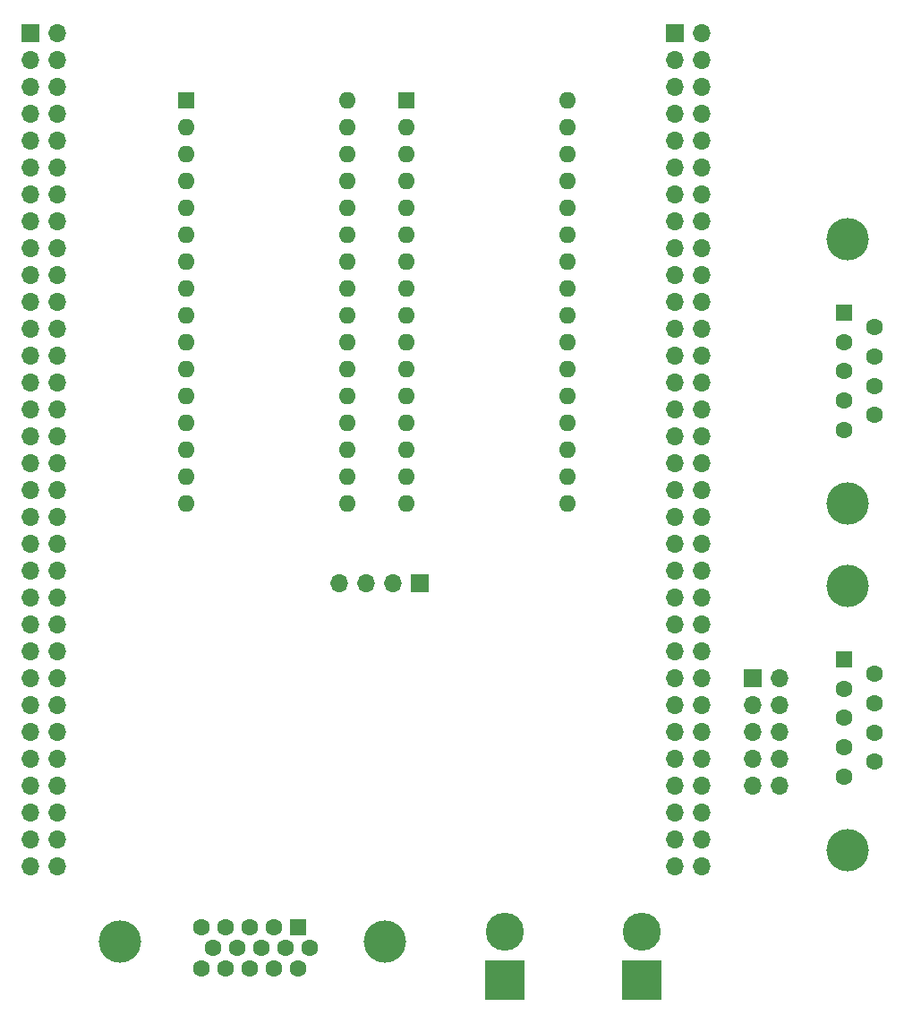
<source format=gbr>
%TF.GenerationSoftware,KiCad,Pcbnew,(5.1.9)-1*%
%TF.CreationDate,2021-04-02T06:19:05+03:00*%
%TF.ProjectId,fpga_hat,66706761-5f68-4617-942e-6b696361645f,rev?*%
%TF.SameCoordinates,Original*%
%TF.FileFunction,Soldermask,Bot*%
%TF.FilePolarity,Negative*%
%FSLAX46Y46*%
G04 Gerber Fmt 4.6, Leading zero omitted, Abs format (unit mm)*
G04 Created by KiCad (PCBNEW (5.1.9)-1) date 2021-04-02 06:19:05*
%MOMM*%
%LPD*%
G01*
G04 APERTURE LIST*
%ADD10C,4.000000*%
%ADD11C,1.600000*%
%ADD12R,1.600000X1.600000*%
%ADD13C,3.600000*%
%ADD14R,3.765000X3.765000*%
%ADD15O,1.700000X1.700000*%
%ADD16R,1.700000X1.700000*%
%ADD17O,1.600000X1.600000*%
G04 APERTURE END LIST*
D10*
%TO.C,VideoOut1*%
X109685000Y-135420000D03*
X84685000Y-135420000D03*
D11*
X92340000Y-137960000D03*
X94630000Y-137960000D03*
X96920000Y-137960000D03*
X99210000Y-137960000D03*
X101500000Y-137960000D03*
X93485000Y-135980000D03*
X95775000Y-135980000D03*
X98065000Y-135980000D03*
X100355000Y-135980000D03*
X102645000Y-135980000D03*
X92340000Y-134000000D03*
X94630000Y-134000000D03*
X96920000Y-134000000D03*
X99210000Y-134000000D03*
D12*
X101500000Y-134000000D03*
%TD*%
D13*
%TO.C,AudioR1*%
X121031000Y-134493000D03*
D14*
X121031000Y-138993000D03*
%TD*%
D13*
%TO.C,AudioL1*%
X133985000Y-134493000D03*
D14*
X133985000Y-138993000D03*
%TD*%
D10*
%TO.C,Joy2*%
X153462000Y-101752000D03*
X153462000Y-126752000D03*
D11*
X156002000Y-118407000D03*
X156002000Y-115637000D03*
X156002000Y-112867000D03*
X156002000Y-110097000D03*
X153162000Y-119792000D03*
X153162000Y-117022000D03*
X153162000Y-114252000D03*
X153162000Y-111482000D03*
D12*
X153162000Y-108712000D03*
%TD*%
D15*
%TO.C,Joy2.Aux1*%
X147040000Y-120660000D03*
X144500000Y-120660000D03*
X147040000Y-118120000D03*
X144500000Y-118120000D03*
X147040000Y-115580000D03*
X144500000Y-115580000D03*
X147040000Y-113040000D03*
X144500000Y-113040000D03*
X147040000Y-110500000D03*
D16*
X144500000Y-110500000D03*
%TD*%
D15*
%TO.C,U7*%
X139700000Y-128270000D03*
X137160000Y-128270000D03*
X139700000Y-125730000D03*
X137160000Y-125730000D03*
X139700000Y-123190000D03*
X137160000Y-123190000D03*
X139700000Y-120650000D03*
X137160000Y-120650000D03*
X139700000Y-118110000D03*
X137160000Y-118110000D03*
X139700000Y-115570000D03*
X137160000Y-115570000D03*
X139700000Y-113030000D03*
X137160000Y-113030000D03*
X139700000Y-110490000D03*
X137160000Y-110490000D03*
X139700000Y-107950000D03*
X137160000Y-107950000D03*
X139700000Y-105410000D03*
X137160000Y-105410000D03*
X139700000Y-102870000D03*
X137160000Y-102870000D03*
X139700000Y-100330000D03*
X137160000Y-100330000D03*
X139700000Y-97790000D03*
X137160000Y-97790000D03*
X139700000Y-95250000D03*
X137160000Y-95250000D03*
X139700000Y-92710000D03*
X137160000Y-92710000D03*
X139700000Y-90170000D03*
X137160000Y-90170000D03*
X139700000Y-87630000D03*
X137160000Y-87630000D03*
X139700000Y-85090000D03*
X137160000Y-85090000D03*
X139700000Y-82550000D03*
X137160000Y-82550000D03*
X139700000Y-80010000D03*
X137160000Y-80010000D03*
X139700000Y-77470000D03*
X137160000Y-77470000D03*
X139700000Y-74930000D03*
X137160000Y-74930000D03*
X139700000Y-72390000D03*
X137160000Y-72390000D03*
X139700000Y-69850000D03*
X137160000Y-69850000D03*
X139700000Y-67310000D03*
X137160000Y-67310000D03*
X139700000Y-64770000D03*
X137160000Y-64770000D03*
X139700000Y-62230000D03*
X137160000Y-62230000D03*
X139700000Y-59690000D03*
X137160000Y-59690000D03*
X139700000Y-57150000D03*
X137160000Y-57150000D03*
X139700000Y-54610000D03*
X137160000Y-54610000D03*
X139700000Y-52070000D03*
X137160000Y-52070000D03*
X139700000Y-49530000D03*
D16*
X137160000Y-49530000D03*
%TD*%
D15*
%TO.C,Serial1*%
X105380000Y-101500000D03*
X107920000Y-101500000D03*
X110460000Y-101500000D03*
D16*
X113000000Y-101500000D03*
%TD*%
D10*
%TO.C,Joy1*%
X153462000Y-68986000D03*
X153462000Y-93986000D03*
D11*
X156002000Y-85641000D03*
X156002000Y-82871000D03*
X156002000Y-80101000D03*
X156002000Y-77331000D03*
X153162000Y-87026000D03*
X153162000Y-84256000D03*
X153162000Y-81486000D03*
X153162000Y-78716000D03*
D12*
X153162000Y-75946000D03*
%TD*%
D15*
%TO.C,U8*%
X78740000Y-128270000D03*
X76200000Y-128270000D03*
X78740000Y-125730000D03*
X76200000Y-125730000D03*
X78740000Y-123190000D03*
X76200000Y-123190000D03*
X78740000Y-120650000D03*
X76200000Y-120650000D03*
X78740000Y-118110000D03*
X76200000Y-118110000D03*
X78740000Y-115570000D03*
X76200000Y-115570000D03*
X78740000Y-113030000D03*
X76200000Y-113030000D03*
X78740000Y-110490000D03*
X76200000Y-110490000D03*
X78740000Y-107950000D03*
X76200000Y-107950000D03*
X78740000Y-105410000D03*
X76200000Y-105410000D03*
X78740000Y-102870000D03*
X76200000Y-102870000D03*
X78740000Y-100330000D03*
X76200000Y-100330000D03*
X78740000Y-97790000D03*
X76200000Y-97790000D03*
X78740000Y-95250000D03*
X76200000Y-95250000D03*
X78740000Y-92710000D03*
X76200000Y-92710000D03*
X78740000Y-90170000D03*
X76200000Y-90170000D03*
X78740000Y-87630000D03*
X76200000Y-87630000D03*
X78740000Y-85090000D03*
X76200000Y-85090000D03*
X78740000Y-82550000D03*
X76200000Y-82550000D03*
X78740000Y-80010000D03*
X76200000Y-80010000D03*
X78740000Y-77470000D03*
X76200000Y-77470000D03*
X78740000Y-74930000D03*
X76200000Y-74930000D03*
X78740000Y-72390000D03*
X76200000Y-72390000D03*
X78740000Y-69850000D03*
X76200000Y-69850000D03*
X78740000Y-67310000D03*
X76200000Y-67310000D03*
X78740000Y-64770000D03*
X76200000Y-64770000D03*
X78740000Y-62230000D03*
X76200000Y-62230000D03*
X78740000Y-59690000D03*
X76200000Y-59690000D03*
X78740000Y-57150000D03*
X76200000Y-57150000D03*
X78740000Y-54610000D03*
X76200000Y-54610000D03*
X78740000Y-52070000D03*
X76200000Y-52070000D03*
X78740000Y-49530000D03*
D16*
X76200000Y-49530000D03*
%TD*%
D17*
%TO.C,U1*%
X127000000Y-55880000D03*
X111760000Y-93980000D03*
X127000000Y-58420000D03*
X111760000Y-91440000D03*
X127000000Y-60960000D03*
X111760000Y-88900000D03*
X127000000Y-63500000D03*
X111760000Y-86360000D03*
X127000000Y-66040000D03*
X111760000Y-83820000D03*
X127000000Y-68580000D03*
X111760000Y-81280000D03*
X127000000Y-71120000D03*
X111760000Y-78740000D03*
X127000000Y-73660000D03*
X111760000Y-76200000D03*
X127000000Y-76200000D03*
X111760000Y-73660000D03*
X127000000Y-78740000D03*
X111760000Y-71120000D03*
X127000000Y-81280000D03*
X111760000Y-68580000D03*
X127000000Y-83820000D03*
X111760000Y-66040000D03*
X127000000Y-86360000D03*
X111760000Y-63500000D03*
X127000000Y-88900000D03*
X111760000Y-60960000D03*
X127000000Y-91440000D03*
X111760000Y-58420000D03*
X127000000Y-93980000D03*
D12*
X111760000Y-55880000D03*
%TD*%
D17*
%TO.C,U2*%
X106172000Y-55880000D03*
X90932000Y-93980000D03*
X106172000Y-58420000D03*
X90932000Y-91440000D03*
X106172000Y-60960000D03*
X90932000Y-88900000D03*
X106172000Y-63500000D03*
X90932000Y-86360000D03*
X106172000Y-66040000D03*
X90932000Y-83820000D03*
X106172000Y-68580000D03*
X90932000Y-81280000D03*
X106172000Y-71120000D03*
X90932000Y-78740000D03*
X106172000Y-73660000D03*
X90932000Y-76200000D03*
X106172000Y-76200000D03*
X90932000Y-73660000D03*
X106172000Y-78740000D03*
X90932000Y-71120000D03*
X106172000Y-81280000D03*
X90932000Y-68580000D03*
X106172000Y-83820000D03*
X90932000Y-66040000D03*
X106172000Y-86360000D03*
X90932000Y-63500000D03*
X106172000Y-88900000D03*
X90932000Y-60960000D03*
X106172000Y-91440000D03*
X90932000Y-58420000D03*
X106172000Y-93980000D03*
D12*
X90932000Y-55880000D03*
%TD*%
M02*

</source>
